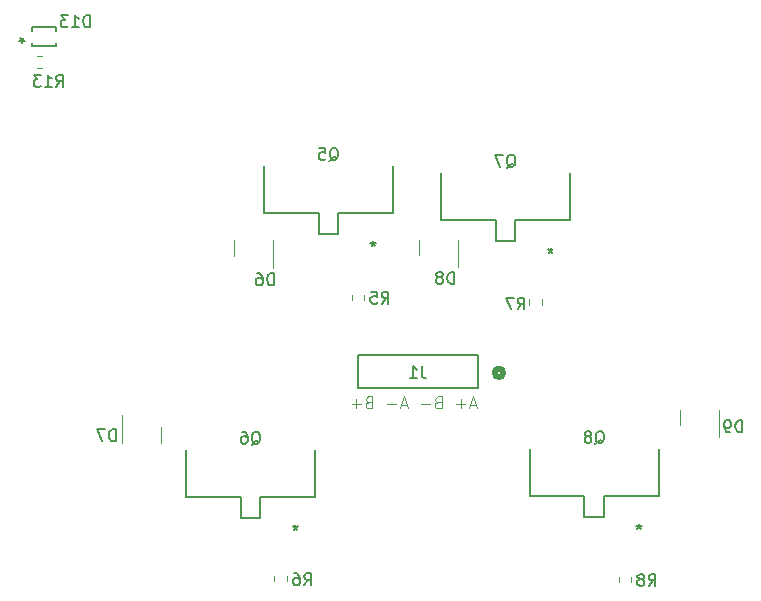
<source format=gbr>
%TF.GenerationSoftware,KiCad,Pcbnew,8.0.0*%
%TF.CreationDate,2025-02-08T12:11:07-03:30*%
%TF.ProjectId,H_Bridges,485f4272-6964-4676-9573-2e6b69636164,rev?*%
%TF.SameCoordinates,Original*%
%TF.FileFunction,Legend,Bot*%
%TF.FilePolarity,Positive*%
%FSLAX46Y46*%
G04 Gerber Fmt 4.6, Leading zero omitted, Abs format (unit mm)*
G04 Created by KiCad (PCBNEW 8.0.0) date 2025-02-08 12:11:07*
%MOMM*%
%LPD*%
G01*
G04 APERTURE LIST*
%ADD10C,0.100000*%
%ADD11C,0.150000*%
%ADD12C,0.120000*%
%ADD13C,0.152400*%
%ADD14C,0.508000*%
G04 APERTURE END LIST*
D10*
X166643734Y-81936704D02*
X166167544Y-81936704D01*
X166738972Y-82222419D02*
X166405639Y-81222419D01*
X166405639Y-81222419D02*
X166072306Y-82222419D01*
X165738972Y-81841466D02*
X164977068Y-81841466D01*
X165358020Y-82222419D02*
X165358020Y-81460514D01*
X163405639Y-81698609D02*
X163262782Y-81746228D01*
X163262782Y-81746228D02*
X163215163Y-81793847D01*
X163215163Y-81793847D02*
X163167544Y-81889085D01*
X163167544Y-81889085D02*
X163167544Y-82031942D01*
X163167544Y-82031942D02*
X163215163Y-82127180D01*
X163215163Y-82127180D02*
X163262782Y-82174800D01*
X163262782Y-82174800D02*
X163358020Y-82222419D01*
X163358020Y-82222419D02*
X163738972Y-82222419D01*
X163738972Y-82222419D02*
X163738972Y-81222419D01*
X163738972Y-81222419D02*
X163405639Y-81222419D01*
X163405639Y-81222419D02*
X163310401Y-81270038D01*
X163310401Y-81270038D02*
X163262782Y-81317657D01*
X163262782Y-81317657D02*
X163215163Y-81412895D01*
X163215163Y-81412895D02*
X163215163Y-81508133D01*
X163215163Y-81508133D02*
X163262782Y-81603371D01*
X163262782Y-81603371D02*
X163310401Y-81650990D01*
X163310401Y-81650990D02*
X163405639Y-81698609D01*
X163405639Y-81698609D02*
X163738972Y-81698609D01*
X162738972Y-81841466D02*
X161977068Y-81841466D01*
X160786591Y-81936704D02*
X160310401Y-81936704D01*
X160881829Y-82222419D02*
X160548496Y-81222419D01*
X160548496Y-81222419D02*
X160215163Y-82222419D01*
X159881829Y-81841466D02*
X159119925Y-81841466D01*
X157548496Y-81698609D02*
X157405639Y-81746228D01*
X157405639Y-81746228D02*
X157358020Y-81793847D01*
X157358020Y-81793847D02*
X157310401Y-81889085D01*
X157310401Y-81889085D02*
X157310401Y-82031942D01*
X157310401Y-82031942D02*
X157358020Y-82127180D01*
X157358020Y-82127180D02*
X157405639Y-82174800D01*
X157405639Y-82174800D02*
X157500877Y-82222419D01*
X157500877Y-82222419D02*
X157881829Y-82222419D01*
X157881829Y-82222419D02*
X157881829Y-81222419D01*
X157881829Y-81222419D02*
X157548496Y-81222419D01*
X157548496Y-81222419D02*
X157453258Y-81270038D01*
X157453258Y-81270038D02*
X157405639Y-81317657D01*
X157405639Y-81317657D02*
X157358020Y-81412895D01*
X157358020Y-81412895D02*
X157358020Y-81508133D01*
X157358020Y-81508133D02*
X157405639Y-81603371D01*
X157405639Y-81603371D02*
X157453258Y-81650990D01*
X157453258Y-81650990D02*
X157548496Y-81698609D01*
X157548496Y-81698609D02*
X157881829Y-81698609D01*
X156881829Y-81841466D02*
X156119925Y-81841466D01*
X156500877Y-82222419D02*
X156500877Y-81460514D01*
D11*
X189188094Y-84254819D02*
X189188094Y-83254819D01*
X189188094Y-83254819D02*
X188949999Y-83254819D01*
X188949999Y-83254819D02*
X188807142Y-83302438D01*
X188807142Y-83302438D02*
X188711904Y-83397676D01*
X188711904Y-83397676D02*
X188664285Y-83492914D01*
X188664285Y-83492914D02*
X188616666Y-83683390D01*
X188616666Y-83683390D02*
X188616666Y-83826247D01*
X188616666Y-83826247D02*
X188664285Y-84016723D01*
X188664285Y-84016723D02*
X188711904Y-84111961D01*
X188711904Y-84111961D02*
X188807142Y-84207200D01*
X188807142Y-84207200D02*
X188949999Y-84254819D01*
X188949999Y-84254819D02*
X189188094Y-84254819D01*
X188140475Y-84254819D02*
X187949999Y-84254819D01*
X187949999Y-84254819D02*
X187854761Y-84207200D01*
X187854761Y-84207200D02*
X187807142Y-84159580D01*
X187807142Y-84159580D02*
X187711904Y-84016723D01*
X187711904Y-84016723D02*
X187664285Y-83826247D01*
X187664285Y-83826247D02*
X187664285Y-83445295D01*
X187664285Y-83445295D02*
X187711904Y-83350057D01*
X187711904Y-83350057D02*
X187759523Y-83302438D01*
X187759523Y-83302438D02*
X187854761Y-83254819D01*
X187854761Y-83254819D02*
X188045237Y-83254819D01*
X188045237Y-83254819D02*
X188140475Y-83302438D01*
X188140475Y-83302438D02*
X188188094Y-83350057D01*
X188188094Y-83350057D02*
X188235713Y-83445295D01*
X188235713Y-83445295D02*
X188235713Y-83683390D01*
X188235713Y-83683390D02*
X188188094Y-83778628D01*
X188188094Y-83778628D02*
X188140475Y-83826247D01*
X188140475Y-83826247D02*
X188045237Y-83873866D01*
X188045237Y-83873866D02*
X187854761Y-83873866D01*
X187854761Y-83873866D02*
X187759523Y-83826247D01*
X187759523Y-83826247D02*
X187711904Y-83778628D01*
X187711904Y-83778628D02*
X187664285Y-83683390D01*
X152116666Y-97204819D02*
X152449999Y-96728628D01*
X152688094Y-97204819D02*
X152688094Y-96204819D01*
X152688094Y-96204819D02*
X152307142Y-96204819D01*
X152307142Y-96204819D02*
X152211904Y-96252438D01*
X152211904Y-96252438D02*
X152164285Y-96300057D01*
X152164285Y-96300057D02*
X152116666Y-96395295D01*
X152116666Y-96395295D02*
X152116666Y-96538152D01*
X152116666Y-96538152D02*
X152164285Y-96633390D01*
X152164285Y-96633390D02*
X152211904Y-96681009D01*
X152211904Y-96681009D02*
X152307142Y-96728628D01*
X152307142Y-96728628D02*
X152688094Y-96728628D01*
X151259523Y-96204819D02*
X151449999Y-96204819D01*
X151449999Y-96204819D02*
X151545237Y-96252438D01*
X151545237Y-96252438D02*
X151592856Y-96300057D01*
X151592856Y-96300057D02*
X151688094Y-96442914D01*
X151688094Y-96442914D02*
X151735713Y-96633390D01*
X151735713Y-96633390D02*
X151735713Y-97014342D01*
X151735713Y-97014342D02*
X151688094Y-97109580D01*
X151688094Y-97109580D02*
X151640475Y-97157200D01*
X151640475Y-97157200D02*
X151545237Y-97204819D01*
X151545237Y-97204819D02*
X151354761Y-97204819D01*
X151354761Y-97204819D02*
X151259523Y-97157200D01*
X151259523Y-97157200D02*
X151211904Y-97109580D01*
X151211904Y-97109580D02*
X151164285Y-97014342D01*
X151164285Y-97014342D02*
X151164285Y-96776247D01*
X151164285Y-96776247D02*
X151211904Y-96681009D01*
X151211904Y-96681009D02*
X151259523Y-96633390D01*
X151259523Y-96633390D02*
X151354761Y-96585771D01*
X151354761Y-96585771D02*
X151545237Y-96585771D01*
X151545237Y-96585771D02*
X151640475Y-96633390D01*
X151640475Y-96633390D02*
X151688094Y-96681009D01*
X151688094Y-96681009D02*
X151735713Y-96776247D01*
X158666666Y-73354819D02*
X158999999Y-72878628D01*
X159238094Y-73354819D02*
X159238094Y-72354819D01*
X159238094Y-72354819D02*
X158857142Y-72354819D01*
X158857142Y-72354819D02*
X158761904Y-72402438D01*
X158761904Y-72402438D02*
X158714285Y-72450057D01*
X158714285Y-72450057D02*
X158666666Y-72545295D01*
X158666666Y-72545295D02*
X158666666Y-72688152D01*
X158666666Y-72688152D02*
X158714285Y-72783390D01*
X158714285Y-72783390D02*
X158761904Y-72831009D01*
X158761904Y-72831009D02*
X158857142Y-72878628D01*
X158857142Y-72878628D02*
X159238094Y-72878628D01*
X157761904Y-72354819D02*
X158238094Y-72354819D01*
X158238094Y-72354819D02*
X158285713Y-72831009D01*
X158285713Y-72831009D02*
X158238094Y-72783390D01*
X158238094Y-72783390D02*
X158142856Y-72735771D01*
X158142856Y-72735771D02*
X157904761Y-72735771D01*
X157904761Y-72735771D02*
X157809523Y-72783390D01*
X157809523Y-72783390D02*
X157761904Y-72831009D01*
X157761904Y-72831009D02*
X157714285Y-72926247D01*
X157714285Y-72926247D02*
X157714285Y-73164342D01*
X157714285Y-73164342D02*
X157761904Y-73259580D01*
X157761904Y-73259580D02*
X157809523Y-73307200D01*
X157809523Y-73307200D02*
X157904761Y-73354819D01*
X157904761Y-73354819D02*
X158142856Y-73354819D01*
X158142856Y-73354819D02*
X158238094Y-73307200D01*
X158238094Y-73307200D02*
X158285713Y-73259580D01*
X131092857Y-55004819D02*
X131426190Y-54528628D01*
X131664285Y-55004819D02*
X131664285Y-54004819D01*
X131664285Y-54004819D02*
X131283333Y-54004819D01*
X131283333Y-54004819D02*
X131188095Y-54052438D01*
X131188095Y-54052438D02*
X131140476Y-54100057D01*
X131140476Y-54100057D02*
X131092857Y-54195295D01*
X131092857Y-54195295D02*
X131092857Y-54338152D01*
X131092857Y-54338152D02*
X131140476Y-54433390D01*
X131140476Y-54433390D02*
X131188095Y-54481009D01*
X131188095Y-54481009D02*
X131283333Y-54528628D01*
X131283333Y-54528628D02*
X131664285Y-54528628D01*
X130140476Y-55004819D02*
X130711904Y-55004819D01*
X130426190Y-55004819D02*
X130426190Y-54004819D01*
X130426190Y-54004819D02*
X130521428Y-54147676D01*
X130521428Y-54147676D02*
X130616666Y-54242914D01*
X130616666Y-54242914D02*
X130711904Y-54290533D01*
X129807142Y-54004819D02*
X129188095Y-54004819D01*
X129188095Y-54004819D02*
X129521428Y-54385771D01*
X129521428Y-54385771D02*
X129378571Y-54385771D01*
X129378571Y-54385771D02*
X129283333Y-54433390D01*
X129283333Y-54433390D02*
X129235714Y-54481009D01*
X129235714Y-54481009D02*
X129188095Y-54576247D01*
X129188095Y-54576247D02*
X129188095Y-54814342D01*
X129188095Y-54814342D02*
X129235714Y-54909580D01*
X129235714Y-54909580D02*
X129283333Y-54957200D01*
X129283333Y-54957200D02*
X129378571Y-55004819D01*
X129378571Y-55004819D02*
X129664285Y-55004819D01*
X129664285Y-55004819D02*
X129759523Y-54957200D01*
X129759523Y-54957200D02*
X129807142Y-54909580D01*
X162069183Y-78678169D02*
X162069183Y-79392454D01*
X162069183Y-79392454D02*
X162116802Y-79535311D01*
X162116802Y-79535311D02*
X162212040Y-79630550D01*
X162212040Y-79630550D02*
X162354897Y-79678169D01*
X162354897Y-79678169D02*
X162450135Y-79678169D01*
X161069183Y-79678169D02*
X161640611Y-79678169D01*
X161354897Y-79678169D02*
X161354897Y-78678169D01*
X161354897Y-78678169D02*
X161450135Y-78821026D01*
X161450135Y-78821026D02*
X161545373Y-78916264D01*
X161545373Y-78916264D02*
X161640611Y-78963883D01*
X181266666Y-97254819D02*
X181599999Y-96778628D01*
X181838094Y-97254819D02*
X181838094Y-96254819D01*
X181838094Y-96254819D02*
X181457142Y-96254819D01*
X181457142Y-96254819D02*
X181361904Y-96302438D01*
X181361904Y-96302438D02*
X181314285Y-96350057D01*
X181314285Y-96350057D02*
X181266666Y-96445295D01*
X181266666Y-96445295D02*
X181266666Y-96588152D01*
X181266666Y-96588152D02*
X181314285Y-96683390D01*
X181314285Y-96683390D02*
X181361904Y-96731009D01*
X181361904Y-96731009D02*
X181457142Y-96778628D01*
X181457142Y-96778628D02*
X181838094Y-96778628D01*
X180695237Y-96683390D02*
X180790475Y-96635771D01*
X180790475Y-96635771D02*
X180838094Y-96588152D01*
X180838094Y-96588152D02*
X180885713Y-96492914D01*
X180885713Y-96492914D02*
X180885713Y-96445295D01*
X180885713Y-96445295D02*
X180838094Y-96350057D01*
X180838094Y-96350057D02*
X180790475Y-96302438D01*
X180790475Y-96302438D02*
X180695237Y-96254819D01*
X180695237Y-96254819D02*
X180504761Y-96254819D01*
X180504761Y-96254819D02*
X180409523Y-96302438D01*
X180409523Y-96302438D02*
X180361904Y-96350057D01*
X180361904Y-96350057D02*
X180314285Y-96445295D01*
X180314285Y-96445295D02*
X180314285Y-96492914D01*
X180314285Y-96492914D02*
X180361904Y-96588152D01*
X180361904Y-96588152D02*
X180409523Y-96635771D01*
X180409523Y-96635771D02*
X180504761Y-96683390D01*
X180504761Y-96683390D02*
X180695237Y-96683390D01*
X180695237Y-96683390D02*
X180790475Y-96731009D01*
X180790475Y-96731009D02*
X180838094Y-96778628D01*
X180838094Y-96778628D02*
X180885713Y-96873866D01*
X180885713Y-96873866D02*
X180885713Y-97064342D01*
X180885713Y-97064342D02*
X180838094Y-97159580D01*
X180838094Y-97159580D02*
X180790475Y-97207200D01*
X180790475Y-97207200D02*
X180695237Y-97254819D01*
X180695237Y-97254819D02*
X180504761Y-97254819D01*
X180504761Y-97254819D02*
X180409523Y-97207200D01*
X180409523Y-97207200D02*
X180361904Y-97159580D01*
X180361904Y-97159580D02*
X180314285Y-97064342D01*
X180314285Y-97064342D02*
X180314285Y-96873866D01*
X180314285Y-96873866D02*
X180361904Y-96778628D01*
X180361904Y-96778628D02*
X180409523Y-96731009D01*
X180409523Y-96731009D02*
X180504761Y-96683390D01*
X133964285Y-49954819D02*
X133964285Y-48954819D01*
X133964285Y-48954819D02*
X133726190Y-48954819D01*
X133726190Y-48954819D02*
X133583333Y-49002438D01*
X133583333Y-49002438D02*
X133488095Y-49097676D01*
X133488095Y-49097676D02*
X133440476Y-49192914D01*
X133440476Y-49192914D02*
X133392857Y-49383390D01*
X133392857Y-49383390D02*
X133392857Y-49526247D01*
X133392857Y-49526247D02*
X133440476Y-49716723D01*
X133440476Y-49716723D02*
X133488095Y-49811961D01*
X133488095Y-49811961D02*
X133583333Y-49907200D01*
X133583333Y-49907200D02*
X133726190Y-49954819D01*
X133726190Y-49954819D02*
X133964285Y-49954819D01*
X132440476Y-49954819D02*
X133011904Y-49954819D01*
X132726190Y-49954819D02*
X132726190Y-48954819D01*
X132726190Y-48954819D02*
X132821428Y-49097676D01*
X132821428Y-49097676D02*
X132916666Y-49192914D01*
X132916666Y-49192914D02*
X133011904Y-49240533D01*
X132107142Y-48954819D02*
X131488095Y-48954819D01*
X131488095Y-48954819D02*
X131821428Y-49335771D01*
X131821428Y-49335771D02*
X131678571Y-49335771D01*
X131678571Y-49335771D02*
X131583333Y-49383390D01*
X131583333Y-49383390D02*
X131535714Y-49431009D01*
X131535714Y-49431009D02*
X131488095Y-49526247D01*
X131488095Y-49526247D02*
X131488095Y-49764342D01*
X131488095Y-49764342D02*
X131535714Y-49859580D01*
X131535714Y-49859580D02*
X131583333Y-49907200D01*
X131583333Y-49907200D02*
X131678571Y-49954819D01*
X131678571Y-49954819D02*
X131964285Y-49954819D01*
X131964285Y-49954819D02*
X132059523Y-49907200D01*
X132059523Y-49907200D02*
X132107142Y-49859580D01*
X128195000Y-51305180D02*
X128195000Y-51067085D01*
X127956905Y-51162323D02*
X128195000Y-51067085D01*
X128195000Y-51067085D02*
X128433095Y-51162323D01*
X128052143Y-50876609D02*
X128195000Y-51067085D01*
X128195000Y-51067085D02*
X128337857Y-50876609D01*
X128195000Y-51305180D02*
X128195000Y-51067085D01*
X127956905Y-51162323D02*
X128195000Y-51067085D01*
X128195000Y-51067085D02*
X128433095Y-51162323D01*
X128052143Y-50876609D02*
X128195000Y-51067085D01*
X128195000Y-51067085D02*
X128337857Y-50876609D01*
X147645238Y-85302257D02*
X147740476Y-85254638D01*
X147740476Y-85254638D02*
X147835714Y-85159400D01*
X147835714Y-85159400D02*
X147978571Y-85016542D01*
X147978571Y-85016542D02*
X148073809Y-84968923D01*
X148073809Y-84968923D02*
X148169047Y-84968923D01*
X148121428Y-85207019D02*
X148216666Y-85159400D01*
X148216666Y-85159400D02*
X148311904Y-85064161D01*
X148311904Y-85064161D02*
X148359523Y-84873685D01*
X148359523Y-84873685D02*
X148359523Y-84540352D01*
X148359523Y-84540352D02*
X148311904Y-84349876D01*
X148311904Y-84349876D02*
X148216666Y-84254638D01*
X148216666Y-84254638D02*
X148121428Y-84207019D01*
X148121428Y-84207019D02*
X147930952Y-84207019D01*
X147930952Y-84207019D02*
X147835714Y-84254638D01*
X147835714Y-84254638D02*
X147740476Y-84349876D01*
X147740476Y-84349876D02*
X147692857Y-84540352D01*
X147692857Y-84540352D02*
X147692857Y-84873685D01*
X147692857Y-84873685D02*
X147740476Y-85064161D01*
X147740476Y-85064161D02*
X147835714Y-85159400D01*
X147835714Y-85159400D02*
X147930952Y-85207019D01*
X147930952Y-85207019D02*
X148121428Y-85207019D01*
X146835714Y-84207019D02*
X147026190Y-84207019D01*
X147026190Y-84207019D02*
X147121428Y-84254638D01*
X147121428Y-84254638D02*
X147169047Y-84302257D01*
X147169047Y-84302257D02*
X147264285Y-84445114D01*
X147264285Y-84445114D02*
X147311904Y-84635590D01*
X147311904Y-84635590D02*
X147311904Y-85016542D01*
X147311904Y-85016542D02*
X147264285Y-85111780D01*
X147264285Y-85111780D02*
X147216666Y-85159400D01*
X147216666Y-85159400D02*
X147121428Y-85207019D01*
X147121428Y-85207019D02*
X146930952Y-85207019D01*
X146930952Y-85207019D02*
X146835714Y-85159400D01*
X146835714Y-85159400D02*
X146788095Y-85111780D01*
X146788095Y-85111780D02*
X146740476Y-85016542D01*
X146740476Y-85016542D02*
X146740476Y-84778447D01*
X146740476Y-84778447D02*
X146788095Y-84683209D01*
X146788095Y-84683209D02*
X146835714Y-84635590D01*
X146835714Y-84635590D02*
X146930952Y-84587971D01*
X146930952Y-84587971D02*
X147121428Y-84587971D01*
X147121428Y-84587971D02*
X147216666Y-84635590D01*
X147216666Y-84635590D02*
X147264285Y-84683209D01*
X147264285Y-84683209D02*
X147311904Y-84778447D01*
X151359999Y-92081019D02*
X151359999Y-92319114D01*
X151598094Y-92223876D02*
X151359999Y-92319114D01*
X151359999Y-92319114D02*
X151121904Y-92223876D01*
X151502856Y-92509590D02*
X151359999Y-92319114D01*
X151359999Y-92319114D02*
X151217142Y-92509590D01*
X151359999Y-92081019D02*
X151359999Y-92319114D01*
X151598094Y-92223876D02*
X151359999Y-92319114D01*
X151359999Y-92319114D02*
X151121904Y-92223876D01*
X151502856Y-92509590D02*
X151359999Y-92319114D01*
X151359999Y-92319114D02*
X151217142Y-92509590D01*
X136138094Y-85004819D02*
X136138094Y-84004819D01*
X136138094Y-84004819D02*
X135899999Y-84004819D01*
X135899999Y-84004819D02*
X135757142Y-84052438D01*
X135757142Y-84052438D02*
X135661904Y-84147676D01*
X135661904Y-84147676D02*
X135614285Y-84242914D01*
X135614285Y-84242914D02*
X135566666Y-84433390D01*
X135566666Y-84433390D02*
X135566666Y-84576247D01*
X135566666Y-84576247D02*
X135614285Y-84766723D01*
X135614285Y-84766723D02*
X135661904Y-84861961D01*
X135661904Y-84861961D02*
X135757142Y-84957200D01*
X135757142Y-84957200D02*
X135899999Y-85004819D01*
X135899999Y-85004819D02*
X136138094Y-85004819D01*
X135233332Y-84004819D02*
X134566666Y-84004819D01*
X134566666Y-84004819D02*
X134995237Y-85004819D01*
X176745238Y-85250057D02*
X176840476Y-85202438D01*
X176840476Y-85202438D02*
X176935714Y-85107200D01*
X176935714Y-85107200D02*
X177078571Y-84964342D01*
X177078571Y-84964342D02*
X177173809Y-84916723D01*
X177173809Y-84916723D02*
X177269047Y-84916723D01*
X177221428Y-85154819D02*
X177316666Y-85107200D01*
X177316666Y-85107200D02*
X177411904Y-85011961D01*
X177411904Y-85011961D02*
X177459523Y-84821485D01*
X177459523Y-84821485D02*
X177459523Y-84488152D01*
X177459523Y-84488152D02*
X177411904Y-84297676D01*
X177411904Y-84297676D02*
X177316666Y-84202438D01*
X177316666Y-84202438D02*
X177221428Y-84154819D01*
X177221428Y-84154819D02*
X177030952Y-84154819D01*
X177030952Y-84154819D02*
X176935714Y-84202438D01*
X176935714Y-84202438D02*
X176840476Y-84297676D01*
X176840476Y-84297676D02*
X176792857Y-84488152D01*
X176792857Y-84488152D02*
X176792857Y-84821485D01*
X176792857Y-84821485D02*
X176840476Y-85011961D01*
X176840476Y-85011961D02*
X176935714Y-85107200D01*
X176935714Y-85107200D02*
X177030952Y-85154819D01*
X177030952Y-85154819D02*
X177221428Y-85154819D01*
X176221428Y-84583390D02*
X176316666Y-84535771D01*
X176316666Y-84535771D02*
X176364285Y-84488152D01*
X176364285Y-84488152D02*
X176411904Y-84392914D01*
X176411904Y-84392914D02*
X176411904Y-84345295D01*
X176411904Y-84345295D02*
X176364285Y-84250057D01*
X176364285Y-84250057D02*
X176316666Y-84202438D01*
X176316666Y-84202438D02*
X176221428Y-84154819D01*
X176221428Y-84154819D02*
X176030952Y-84154819D01*
X176030952Y-84154819D02*
X175935714Y-84202438D01*
X175935714Y-84202438D02*
X175888095Y-84250057D01*
X175888095Y-84250057D02*
X175840476Y-84345295D01*
X175840476Y-84345295D02*
X175840476Y-84392914D01*
X175840476Y-84392914D02*
X175888095Y-84488152D01*
X175888095Y-84488152D02*
X175935714Y-84535771D01*
X175935714Y-84535771D02*
X176030952Y-84583390D01*
X176030952Y-84583390D02*
X176221428Y-84583390D01*
X176221428Y-84583390D02*
X176316666Y-84631009D01*
X176316666Y-84631009D02*
X176364285Y-84678628D01*
X176364285Y-84678628D02*
X176411904Y-84773866D01*
X176411904Y-84773866D02*
X176411904Y-84964342D01*
X176411904Y-84964342D02*
X176364285Y-85059580D01*
X176364285Y-85059580D02*
X176316666Y-85107200D01*
X176316666Y-85107200D02*
X176221428Y-85154819D01*
X176221428Y-85154819D02*
X176030952Y-85154819D01*
X176030952Y-85154819D02*
X175935714Y-85107200D01*
X175935714Y-85107200D02*
X175888095Y-85059580D01*
X175888095Y-85059580D02*
X175840476Y-84964342D01*
X175840476Y-84964342D02*
X175840476Y-84773866D01*
X175840476Y-84773866D02*
X175888095Y-84678628D01*
X175888095Y-84678628D02*
X175935714Y-84631009D01*
X175935714Y-84631009D02*
X176030952Y-84583390D01*
X180459999Y-92028819D02*
X180459999Y-92266914D01*
X180698094Y-92171676D02*
X180459999Y-92266914D01*
X180459999Y-92266914D02*
X180221904Y-92171676D01*
X180602856Y-92457390D02*
X180459999Y-92266914D01*
X180459999Y-92266914D02*
X180317142Y-92457390D01*
X180459999Y-92028819D02*
X180459999Y-92266914D01*
X180698094Y-92171676D02*
X180459999Y-92266914D01*
X180459999Y-92266914D02*
X180221904Y-92171676D01*
X180602856Y-92457390D02*
X180459999Y-92266914D01*
X180459999Y-92266914D02*
X180317142Y-92457390D01*
X164788094Y-71704819D02*
X164788094Y-70704819D01*
X164788094Y-70704819D02*
X164549999Y-70704819D01*
X164549999Y-70704819D02*
X164407142Y-70752438D01*
X164407142Y-70752438D02*
X164311904Y-70847676D01*
X164311904Y-70847676D02*
X164264285Y-70942914D01*
X164264285Y-70942914D02*
X164216666Y-71133390D01*
X164216666Y-71133390D02*
X164216666Y-71276247D01*
X164216666Y-71276247D02*
X164264285Y-71466723D01*
X164264285Y-71466723D02*
X164311904Y-71561961D01*
X164311904Y-71561961D02*
X164407142Y-71657200D01*
X164407142Y-71657200D02*
X164549999Y-71704819D01*
X164549999Y-71704819D02*
X164788094Y-71704819D01*
X163645237Y-71133390D02*
X163740475Y-71085771D01*
X163740475Y-71085771D02*
X163788094Y-71038152D01*
X163788094Y-71038152D02*
X163835713Y-70942914D01*
X163835713Y-70942914D02*
X163835713Y-70895295D01*
X163835713Y-70895295D02*
X163788094Y-70800057D01*
X163788094Y-70800057D02*
X163740475Y-70752438D01*
X163740475Y-70752438D02*
X163645237Y-70704819D01*
X163645237Y-70704819D02*
X163454761Y-70704819D01*
X163454761Y-70704819D02*
X163359523Y-70752438D01*
X163359523Y-70752438D02*
X163311904Y-70800057D01*
X163311904Y-70800057D02*
X163264285Y-70895295D01*
X163264285Y-70895295D02*
X163264285Y-70942914D01*
X163264285Y-70942914D02*
X163311904Y-71038152D01*
X163311904Y-71038152D02*
X163359523Y-71085771D01*
X163359523Y-71085771D02*
X163454761Y-71133390D01*
X163454761Y-71133390D02*
X163645237Y-71133390D01*
X163645237Y-71133390D02*
X163740475Y-71181009D01*
X163740475Y-71181009D02*
X163788094Y-71228628D01*
X163788094Y-71228628D02*
X163835713Y-71323866D01*
X163835713Y-71323866D02*
X163835713Y-71514342D01*
X163835713Y-71514342D02*
X163788094Y-71609580D01*
X163788094Y-71609580D02*
X163740475Y-71657200D01*
X163740475Y-71657200D02*
X163645237Y-71704819D01*
X163645237Y-71704819D02*
X163454761Y-71704819D01*
X163454761Y-71704819D02*
X163359523Y-71657200D01*
X163359523Y-71657200D02*
X163311904Y-71609580D01*
X163311904Y-71609580D02*
X163264285Y-71514342D01*
X163264285Y-71514342D02*
X163264285Y-71323866D01*
X163264285Y-71323866D02*
X163311904Y-71228628D01*
X163311904Y-71228628D02*
X163359523Y-71181009D01*
X163359523Y-71181009D02*
X163454761Y-71133390D01*
X170166666Y-73854819D02*
X170499999Y-73378628D01*
X170738094Y-73854819D02*
X170738094Y-72854819D01*
X170738094Y-72854819D02*
X170357142Y-72854819D01*
X170357142Y-72854819D02*
X170261904Y-72902438D01*
X170261904Y-72902438D02*
X170214285Y-72950057D01*
X170214285Y-72950057D02*
X170166666Y-73045295D01*
X170166666Y-73045295D02*
X170166666Y-73188152D01*
X170166666Y-73188152D02*
X170214285Y-73283390D01*
X170214285Y-73283390D02*
X170261904Y-73331009D01*
X170261904Y-73331009D02*
X170357142Y-73378628D01*
X170357142Y-73378628D02*
X170738094Y-73378628D01*
X169833332Y-72854819D02*
X169166666Y-72854819D01*
X169166666Y-72854819D02*
X169595237Y-73854819D01*
X154235988Y-61268007D02*
X154331226Y-61220388D01*
X154331226Y-61220388D02*
X154426464Y-61125150D01*
X154426464Y-61125150D02*
X154569321Y-60982292D01*
X154569321Y-60982292D02*
X154664559Y-60934673D01*
X154664559Y-60934673D02*
X154759797Y-60934673D01*
X154712178Y-61172769D02*
X154807416Y-61125150D01*
X154807416Y-61125150D02*
X154902654Y-61029911D01*
X154902654Y-61029911D02*
X154950273Y-60839435D01*
X154950273Y-60839435D02*
X154950273Y-60506102D01*
X154950273Y-60506102D02*
X154902654Y-60315626D01*
X154902654Y-60315626D02*
X154807416Y-60220388D01*
X154807416Y-60220388D02*
X154712178Y-60172769D01*
X154712178Y-60172769D02*
X154521702Y-60172769D01*
X154521702Y-60172769D02*
X154426464Y-60220388D01*
X154426464Y-60220388D02*
X154331226Y-60315626D01*
X154331226Y-60315626D02*
X154283607Y-60506102D01*
X154283607Y-60506102D02*
X154283607Y-60839435D01*
X154283607Y-60839435D02*
X154331226Y-61029911D01*
X154331226Y-61029911D02*
X154426464Y-61125150D01*
X154426464Y-61125150D02*
X154521702Y-61172769D01*
X154521702Y-61172769D02*
X154712178Y-61172769D01*
X153378845Y-60172769D02*
X153855035Y-60172769D01*
X153855035Y-60172769D02*
X153902654Y-60648959D01*
X153902654Y-60648959D02*
X153855035Y-60601340D01*
X153855035Y-60601340D02*
X153759797Y-60553721D01*
X153759797Y-60553721D02*
X153521702Y-60553721D01*
X153521702Y-60553721D02*
X153426464Y-60601340D01*
X153426464Y-60601340D02*
X153378845Y-60648959D01*
X153378845Y-60648959D02*
X153331226Y-60744197D01*
X153331226Y-60744197D02*
X153331226Y-60982292D01*
X153331226Y-60982292D02*
X153378845Y-61077530D01*
X153378845Y-61077530D02*
X153426464Y-61125150D01*
X153426464Y-61125150D02*
X153521702Y-61172769D01*
X153521702Y-61172769D02*
X153759797Y-61172769D01*
X153759797Y-61172769D02*
X153855035Y-61125150D01*
X153855035Y-61125150D02*
X153902654Y-61077530D01*
X157950749Y-68046769D02*
X157950749Y-68284864D01*
X158188844Y-68189626D02*
X157950749Y-68284864D01*
X157950749Y-68284864D02*
X157712654Y-68189626D01*
X158093606Y-68475340D02*
X157950749Y-68284864D01*
X157950749Y-68284864D02*
X157807892Y-68475340D01*
X157950749Y-68046769D02*
X157950749Y-68284864D01*
X158188844Y-68189626D02*
X157950749Y-68284864D01*
X157950749Y-68284864D02*
X157712654Y-68189626D01*
X158093606Y-68475340D02*
X157950749Y-68284864D01*
X157950749Y-68284864D02*
X157807892Y-68475340D01*
X169245238Y-61850057D02*
X169340476Y-61802438D01*
X169340476Y-61802438D02*
X169435714Y-61707200D01*
X169435714Y-61707200D02*
X169578571Y-61564342D01*
X169578571Y-61564342D02*
X169673809Y-61516723D01*
X169673809Y-61516723D02*
X169769047Y-61516723D01*
X169721428Y-61754819D02*
X169816666Y-61707200D01*
X169816666Y-61707200D02*
X169911904Y-61611961D01*
X169911904Y-61611961D02*
X169959523Y-61421485D01*
X169959523Y-61421485D02*
X169959523Y-61088152D01*
X169959523Y-61088152D02*
X169911904Y-60897676D01*
X169911904Y-60897676D02*
X169816666Y-60802438D01*
X169816666Y-60802438D02*
X169721428Y-60754819D01*
X169721428Y-60754819D02*
X169530952Y-60754819D01*
X169530952Y-60754819D02*
X169435714Y-60802438D01*
X169435714Y-60802438D02*
X169340476Y-60897676D01*
X169340476Y-60897676D02*
X169292857Y-61088152D01*
X169292857Y-61088152D02*
X169292857Y-61421485D01*
X169292857Y-61421485D02*
X169340476Y-61611961D01*
X169340476Y-61611961D02*
X169435714Y-61707200D01*
X169435714Y-61707200D02*
X169530952Y-61754819D01*
X169530952Y-61754819D02*
X169721428Y-61754819D01*
X168959523Y-60754819D02*
X168292857Y-60754819D01*
X168292857Y-60754819D02*
X168721428Y-61754819D01*
X172959999Y-68628819D02*
X172959999Y-68866914D01*
X173198094Y-68771676D02*
X172959999Y-68866914D01*
X172959999Y-68866914D02*
X172721904Y-68771676D01*
X173102856Y-69057390D02*
X172959999Y-68866914D01*
X172959999Y-68866914D02*
X172817142Y-69057390D01*
X172959999Y-68628819D02*
X172959999Y-68866914D01*
X173198094Y-68771676D02*
X172959999Y-68866914D01*
X172959999Y-68866914D02*
X172721904Y-68771676D01*
X173102856Y-69057390D02*
X172959999Y-68866914D01*
X172959999Y-68866914D02*
X172817142Y-69057390D01*
X149538094Y-71804819D02*
X149538094Y-70804819D01*
X149538094Y-70804819D02*
X149299999Y-70804819D01*
X149299999Y-70804819D02*
X149157142Y-70852438D01*
X149157142Y-70852438D02*
X149061904Y-70947676D01*
X149061904Y-70947676D02*
X149014285Y-71042914D01*
X149014285Y-71042914D02*
X148966666Y-71233390D01*
X148966666Y-71233390D02*
X148966666Y-71376247D01*
X148966666Y-71376247D02*
X149014285Y-71566723D01*
X149014285Y-71566723D02*
X149061904Y-71661961D01*
X149061904Y-71661961D02*
X149157142Y-71757200D01*
X149157142Y-71757200D02*
X149299999Y-71804819D01*
X149299999Y-71804819D02*
X149538094Y-71804819D01*
X148109523Y-70804819D02*
X148299999Y-70804819D01*
X148299999Y-70804819D02*
X148395237Y-70852438D01*
X148395237Y-70852438D02*
X148442856Y-70900057D01*
X148442856Y-70900057D02*
X148538094Y-71042914D01*
X148538094Y-71042914D02*
X148585713Y-71233390D01*
X148585713Y-71233390D02*
X148585713Y-71614342D01*
X148585713Y-71614342D02*
X148538094Y-71709580D01*
X148538094Y-71709580D02*
X148490475Y-71757200D01*
X148490475Y-71757200D02*
X148395237Y-71804819D01*
X148395237Y-71804819D02*
X148204761Y-71804819D01*
X148204761Y-71804819D02*
X148109523Y-71757200D01*
X148109523Y-71757200D02*
X148061904Y-71709580D01*
X148061904Y-71709580D02*
X148014285Y-71614342D01*
X148014285Y-71614342D02*
X148014285Y-71376247D01*
X148014285Y-71376247D02*
X148061904Y-71281009D01*
X148061904Y-71281009D02*
X148109523Y-71233390D01*
X148109523Y-71233390D02*
X148204761Y-71185771D01*
X148204761Y-71185771D02*
X148395237Y-71185771D01*
X148395237Y-71185771D02*
X148490475Y-71233390D01*
X148490475Y-71233390D02*
X148538094Y-71281009D01*
X148538094Y-71281009D02*
X148585713Y-71376247D01*
D12*
%TO.C,D9*%
X183900000Y-82350000D02*
X183900000Y-83000000D01*
X183900000Y-83650000D02*
X183900000Y-83000000D01*
X187200000Y-82350000D02*
X187200000Y-83000000D01*
X187200000Y-84675000D02*
X187200000Y-83000000D01*
%TO.C,R6*%
X149577500Y-96412742D02*
X149577500Y-96887258D01*
X150622500Y-96412742D02*
X150622500Y-96887258D01*
%TO.C,R5*%
X156127500Y-72612742D02*
X156127500Y-73087258D01*
X157172500Y-72612742D02*
X157172500Y-73087258D01*
%TO.C,R13*%
X129939858Y-52387500D02*
X129465342Y-52387500D01*
X129939858Y-53432500D02*
X129465342Y-53432500D01*
D13*
%TO.C,J1*%
X156655850Y-77746350D02*
X156658649Y-80467950D01*
X156658649Y-80467950D02*
X166818649Y-80467950D01*
X166815850Y-77746350D02*
X156655850Y-77746350D01*
X166818649Y-80467950D02*
X166815850Y-77746350D01*
D14*
X168974850Y-79223350D02*
G75*
G02*
X168212850Y-79223350I-381000J0D01*
G01*
X168212850Y-79223350D02*
G75*
G02*
X168974850Y-79223350I381000J0D01*
G01*
D12*
%TO.C,R8*%
X178727500Y-96475442D02*
X178727500Y-96949958D01*
X179772500Y-96475442D02*
X179772500Y-96949958D01*
D13*
%TO.C,D13*%
X129071300Y-49934500D02*
X129071300Y-50249460D01*
X129071300Y-51270540D02*
X129071300Y-51585500D01*
X129071300Y-51585500D02*
X131128700Y-51585500D01*
X131128700Y-49934500D02*
X129071300Y-49934500D01*
X131128700Y-50249460D02*
X131128700Y-49934500D01*
X131128700Y-51585500D02*
X131128700Y-51270540D01*
%TO.C,Q6*%
X142089000Y-85754849D02*
X142089000Y-89705200D01*
X142089000Y-89705200D02*
X146724500Y-89705200D01*
X146724500Y-89705200D02*
X146724500Y-91483200D01*
X146724500Y-91483200D02*
X148375500Y-91483200D01*
X148375500Y-89705200D02*
X153011000Y-89705200D01*
X148375500Y-91483200D02*
X148375500Y-89705200D01*
X153011000Y-89705200D02*
X153011000Y-85754849D01*
D12*
%TO.C,D7*%
X136650000Y-82825000D02*
X136650000Y-84500000D01*
X136650000Y-85150000D02*
X136650000Y-84500000D01*
X139950000Y-83850000D02*
X139950000Y-84500000D01*
X139950000Y-85150000D02*
X139950000Y-84500000D01*
D13*
%TO.C,Q8*%
X171189000Y-85702649D02*
X171189000Y-89653000D01*
X171189000Y-89653000D02*
X175824500Y-89653000D01*
X175824500Y-89653000D02*
X175824500Y-91431000D01*
X175824500Y-91431000D02*
X177475500Y-91431000D01*
X177475500Y-89653000D02*
X182111000Y-89653000D01*
X177475500Y-91431000D02*
X177475500Y-89653000D01*
X182111000Y-89653000D02*
X182111000Y-85702649D01*
D12*
%TO.C,D8*%
X161790750Y-67960750D02*
X161790750Y-68610750D01*
X161790750Y-69260750D02*
X161790750Y-68610750D01*
X165090750Y-67960750D02*
X165090750Y-68610750D01*
X165090750Y-70285750D02*
X165090750Y-68610750D01*
%TO.C,R7*%
X171177500Y-73487258D02*
X171177500Y-73012742D01*
X172222500Y-73487258D02*
X172222500Y-73012742D01*
D13*
%TO.C,Q5*%
X148679750Y-61720599D02*
X148679750Y-65670950D01*
X148679750Y-65670950D02*
X153315250Y-65670950D01*
X153315250Y-65670950D02*
X153315250Y-67448950D01*
X153315250Y-67448950D02*
X154966250Y-67448950D01*
X154966250Y-65670950D02*
X159601750Y-65670950D01*
X154966250Y-67448950D02*
X154966250Y-65670950D01*
X159601750Y-65670950D02*
X159601750Y-61720599D01*
%TO.C,Q7*%
X163689000Y-62302649D02*
X163689000Y-66253000D01*
X163689000Y-66253000D02*
X168324500Y-66253000D01*
X168324500Y-66253000D02*
X168324500Y-68031000D01*
X168324500Y-68031000D02*
X169975500Y-68031000D01*
X169975500Y-66253000D02*
X174611000Y-66253000D01*
X169975500Y-68031000D02*
X169975500Y-66253000D01*
X174611000Y-66253000D02*
X174611000Y-62302649D01*
D12*
%TO.C,D6*%
X146190750Y-67990750D02*
X146190750Y-68640750D01*
X146190750Y-69290750D02*
X146190750Y-68640750D01*
X149490750Y-67990750D02*
X149490750Y-68640750D01*
X149490750Y-70315750D02*
X149490750Y-68640750D01*
%TD*%
M02*

</source>
